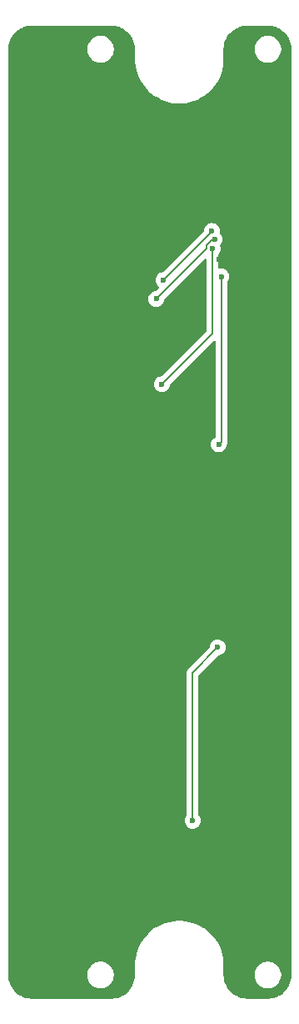
<source format=gbr>
%TF.GenerationSoftware,KiCad,Pcbnew,8.0.4-8.0.4-0~ubuntu22.04.1*%
%TF.CreationDate,2024-09-26T22:04:01+03:00*%
%TF.ProjectId,PM-LED16,504d2d4c-4544-4313-962e-6b696361645f,rev?*%
%TF.SameCoordinates,Original*%
%TF.FileFunction,Copper,L2,Bot*%
%TF.FilePolarity,Positive*%
%FSLAX46Y46*%
G04 Gerber Fmt 4.6, Leading zero omitted, Abs format (unit mm)*
G04 Created by KiCad (PCBNEW 8.0.4-8.0.4-0~ubuntu22.04.1) date 2024-09-26 22:04:01*
%MOMM*%
%LPD*%
G01*
G04 APERTURE LIST*
%TA.AperFunction,ViaPad*%
%ADD10C,0.600000*%
%TD*%
%TA.AperFunction,Conductor*%
%ADD11C,0.200000*%
%TD*%
G04 APERTURE END LIST*
D10*
%TO.N,GND*%
X51894500Y-98826800D03*
X52390400Y-80193700D03*
X72940800Y-115939300D03*
X52131000Y-110680000D03*
X52131000Y-64942100D03*
X52131000Y-131000000D03*
X52131000Y-95441000D03*
X52131000Y-90360000D03*
X52131000Y-75120000D03*
X52131000Y-70040000D03*
X52131000Y-115757900D03*
X72789600Y-95267300D03*
X72840500Y-75099900D03*
X52131000Y-105598600D03*
X52131000Y-125920000D03*
X52131000Y-85284300D03*
X52131000Y-120823500D03*
X73040600Y-136051900D03*
X52131000Y-59876800D03*
X52131000Y-136060500D03*
%TO.N,Net-(J1-Pin_3)*%
X67036600Y-87827600D03*
X72186500Y-74022400D03*
%TO.N,Net-(J1-Pin_4)*%
X66460000Y-79152700D03*
X72391100Y-73095500D03*
%TO.N,Net-(J1-Pin_2)*%
X72803100Y-93926700D03*
X73087900Y-76874900D03*
%TO.N,Net-(J1-Pin_5)*%
X67184400Y-77234500D03*
X72116900Y-72253500D03*
%TO.N,Net-(J2-Pin_2)*%
X70155700Y-132145100D03*
X72704200Y-114541800D03*
%TD*%
D11*
%TO.N,Net-(J1-Pin_3)*%
X72186500Y-82677700D02*
X72186500Y-74022400D01*
X67036600Y-87827600D02*
X72186500Y-82677700D01*
%TO.N,Net-(J1-Pin_4)*%
X71584800Y-73683300D02*
X72172600Y-73095500D01*
X72172600Y-73095500D02*
X72391100Y-73095500D01*
X71584800Y-74027900D02*
X71584800Y-73683300D01*
X66460000Y-79152700D02*
X71584800Y-74027900D01*
%TO.N,Net-(J1-Pin_2)*%
X73087900Y-76874900D02*
X73087900Y-93641900D01*
X73087900Y-93641900D02*
X72803100Y-93926700D01*
%TO.N,Net-(J1-Pin_5)*%
X72116900Y-72302000D02*
X72116900Y-72253500D01*
X67184400Y-77234500D02*
X72116900Y-72302000D01*
%TO.N,Net-(J2-Pin_2)*%
X70155700Y-132145100D02*
X70155700Y-117090300D01*
X70155700Y-117090300D02*
X72704200Y-114541800D01*
%TD*%
%TA.AperFunction,Conductor*%
%TO.N,GND*%
G36*
X61903736Y-51400726D02*
G01*
X62181742Y-51417542D01*
X62196605Y-51419347D01*
X62271845Y-51433135D01*
X62466866Y-51468874D01*
X62481395Y-51472455D01*
X62743713Y-51554197D01*
X62757709Y-51559505D01*
X63008264Y-51672270D01*
X63021522Y-51679228D01*
X63256658Y-51821373D01*
X63268969Y-51829871D01*
X63485261Y-51999324D01*
X63496469Y-52009254D01*
X63690745Y-52203530D01*
X63700675Y-52214738D01*
X63870124Y-52431024D01*
X63878628Y-52443344D01*
X63902452Y-52482753D01*
X64020770Y-52678476D01*
X64027729Y-52691735D01*
X64140494Y-52942290D01*
X64145803Y-52956290D01*
X64227542Y-53218597D01*
X64231126Y-53233137D01*
X64280652Y-53503394D01*
X64282457Y-53518258D01*
X64299274Y-53796263D01*
X64299500Y-53803750D01*
X64299500Y-54776418D01*
X64298707Y-54789799D01*
X64299490Y-54852337D01*
X64299500Y-54853888D01*
X64299500Y-54916319D01*
X64300482Y-54929974D01*
X64302181Y-55062654D01*
X64345108Y-55473276D01*
X64345109Y-55473277D01*
X64425439Y-55878230D01*
X64526324Y-56219421D01*
X64542502Y-56274135D01*
X64695313Y-56657661D01*
X64882589Y-57025590D01*
X65102757Y-57374831D01*
X65102764Y-57374841D01*
X65102766Y-57374843D01*
X65353965Y-57702448D01*
X65353970Y-57702453D01*
X65634116Y-58005704D01*
X65940846Y-58282039D01*
X66271582Y-58529137D01*
X66623548Y-58744923D01*
X66993788Y-58927585D01*
X67379195Y-59075590D01*
X67776531Y-59187695D01*
X68182461Y-59262959D01*
X68182469Y-59262959D01*
X68182471Y-59262960D01*
X68593568Y-59300750D01*
X68593576Y-59300750D01*
X69006432Y-59300750D01*
X69417528Y-59262960D01*
X69417527Y-59262960D01*
X69417539Y-59262959D01*
X69823469Y-59187695D01*
X70220805Y-59075590D01*
X70606212Y-58927585D01*
X70976452Y-58744923D01*
X71328418Y-58529137D01*
X71659154Y-58282039D01*
X71965884Y-58005704D01*
X72246030Y-57702453D01*
X72497243Y-57374831D01*
X72717411Y-57025590D01*
X72904687Y-56657661D01*
X73057498Y-56274135D01*
X73174560Y-55878231D01*
X73254892Y-55473273D01*
X73297818Y-55062663D01*
X73299516Y-54929968D01*
X73300500Y-54916317D01*
X73300500Y-54853888D01*
X73300510Y-54852337D01*
X73301292Y-54789799D01*
X73300500Y-54776418D01*
X73300500Y-53803750D01*
X73300726Y-53796263D01*
X73306929Y-53693713D01*
X76449500Y-53693713D01*
X76449500Y-53906286D01*
X76482753Y-54116239D01*
X76548444Y-54318414D01*
X76644951Y-54507820D01*
X76769890Y-54679786D01*
X76920213Y-54830109D01*
X77092179Y-54955048D01*
X77092181Y-54955049D01*
X77092184Y-54955051D01*
X77281588Y-55051557D01*
X77483757Y-55117246D01*
X77693713Y-55150500D01*
X77693714Y-55150500D01*
X77906286Y-55150500D01*
X77906287Y-55150500D01*
X78116243Y-55117246D01*
X78318412Y-55051557D01*
X78507816Y-54955051D01*
X78557381Y-54919040D01*
X78679786Y-54830109D01*
X78679788Y-54830106D01*
X78679792Y-54830104D01*
X78830104Y-54679792D01*
X78830106Y-54679788D01*
X78830109Y-54679786D01*
X78955048Y-54507820D01*
X78955047Y-54507820D01*
X78955051Y-54507816D01*
X79051557Y-54318412D01*
X79117246Y-54116243D01*
X79150500Y-53906287D01*
X79150500Y-53693713D01*
X79117246Y-53483757D01*
X79051557Y-53281588D01*
X78955051Y-53092184D01*
X78955049Y-53092181D01*
X78955048Y-53092179D01*
X78830109Y-52920213D01*
X78679786Y-52769890D01*
X78507820Y-52644951D01*
X78318414Y-52548444D01*
X78318413Y-52548443D01*
X78318412Y-52548443D01*
X78116243Y-52482754D01*
X78116241Y-52482753D01*
X78116240Y-52482753D01*
X77954957Y-52457208D01*
X77906287Y-52449500D01*
X77693713Y-52449500D01*
X77645042Y-52457208D01*
X77483760Y-52482753D01*
X77281585Y-52548444D01*
X77092179Y-52644951D01*
X76920213Y-52769890D01*
X76769890Y-52920213D01*
X76644951Y-53092179D01*
X76548444Y-53281585D01*
X76482753Y-53483760D01*
X76449500Y-53693713D01*
X73306929Y-53693713D01*
X73317542Y-53518258D01*
X73319347Y-53503394D01*
X73322946Y-53483757D01*
X73368874Y-53233129D01*
X73372454Y-53218608D01*
X73454199Y-52956281D01*
X73459501Y-52942298D01*
X73572273Y-52691728D01*
X73579224Y-52678483D01*
X73721378Y-52443333D01*
X73729865Y-52431037D01*
X73899331Y-52214729D01*
X73909246Y-52203538D01*
X74103538Y-52009246D01*
X74114729Y-51999331D01*
X74331037Y-51829865D01*
X74343333Y-51821378D01*
X74578483Y-51679224D01*
X74591728Y-51672273D01*
X74842298Y-51559501D01*
X74856281Y-51554199D01*
X75118608Y-51472454D01*
X75133129Y-51468874D01*
X75403395Y-51419346D01*
X75418255Y-51417542D01*
X75696264Y-51400726D01*
X75703751Y-51400500D01*
X75765892Y-51400500D01*
X77734108Y-51400500D01*
X77796249Y-51400500D01*
X77803736Y-51400726D01*
X78081742Y-51417542D01*
X78096605Y-51419347D01*
X78171845Y-51433135D01*
X78366866Y-51468874D01*
X78381395Y-51472455D01*
X78643713Y-51554197D01*
X78657709Y-51559505D01*
X78908264Y-51672270D01*
X78921522Y-51679228D01*
X79156658Y-51821373D01*
X79168969Y-51829871D01*
X79385261Y-51999324D01*
X79396469Y-52009254D01*
X79590745Y-52203530D01*
X79600675Y-52214738D01*
X79770124Y-52431024D01*
X79778628Y-52443344D01*
X79802452Y-52482753D01*
X79920770Y-52678476D01*
X79927729Y-52691735D01*
X80040494Y-52942290D01*
X80045803Y-52956290D01*
X80127542Y-53218597D01*
X80131126Y-53233137D01*
X80180652Y-53503394D01*
X80182457Y-53518258D01*
X80199274Y-53796263D01*
X80199500Y-53803750D01*
X80199500Y-147796249D01*
X80199274Y-147803736D01*
X80182457Y-148081741D01*
X80180652Y-148096605D01*
X80131126Y-148366862D01*
X80127542Y-148381402D01*
X80045803Y-148643709D01*
X80040494Y-148657709D01*
X79927729Y-148908264D01*
X79920770Y-148921523D01*
X79778630Y-149156652D01*
X79770124Y-149168975D01*
X79600675Y-149385261D01*
X79590745Y-149396469D01*
X79396469Y-149590745D01*
X79385261Y-149600675D01*
X79168975Y-149770124D01*
X79156652Y-149778630D01*
X78921523Y-149920770D01*
X78908264Y-149927729D01*
X78657709Y-150040494D01*
X78643709Y-150045803D01*
X78381402Y-150127542D01*
X78366862Y-150131126D01*
X78096605Y-150180652D01*
X78081741Y-150182457D01*
X77803736Y-150199274D01*
X77796249Y-150199500D01*
X75703751Y-150199500D01*
X75696264Y-150199274D01*
X75418258Y-150182457D01*
X75403394Y-150180652D01*
X75133137Y-150131126D01*
X75118597Y-150127542D01*
X74856290Y-150045803D01*
X74842290Y-150040494D01*
X74591735Y-149927729D01*
X74578476Y-149920770D01*
X74343347Y-149778630D01*
X74331024Y-149770124D01*
X74114738Y-149600675D01*
X74103530Y-149590745D01*
X73909254Y-149396469D01*
X73899324Y-149385261D01*
X73729875Y-149168975D01*
X73721373Y-149156658D01*
X73579228Y-148921522D01*
X73572270Y-148908264D01*
X73459504Y-148657706D01*
X73454196Y-148643709D01*
X73372457Y-148381402D01*
X73368873Y-148366862D01*
X73359994Y-148318412D01*
X73319347Y-148096605D01*
X73317542Y-148081741D01*
X73300726Y-147803736D01*
X73300500Y-147796249D01*
X73300500Y-147693713D01*
X76449500Y-147693713D01*
X76449500Y-147906286D01*
X76482753Y-148116239D01*
X76548444Y-148318414D01*
X76644951Y-148507820D01*
X76769890Y-148679786D01*
X76920213Y-148830109D01*
X77092179Y-148955048D01*
X77092181Y-148955049D01*
X77092184Y-148955051D01*
X77281588Y-149051557D01*
X77483757Y-149117246D01*
X77693713Y-149150500D01*
X77693714Y-149150500D01*
X77906286Y-149150500D01*
X77906287Y-149150500D01*
X78116243Y-149117246D01*
X78318412Y-149051557D01*
X78507816Y-148955051D01*
X78572213Y-148908264D01*
X78679786Y-148830109D01*
X78679788Y-148830106D01*
X78679792Y-148830104D01*
X78830104Y-148679792D01*
X78830106Y-148679788D01*
X78830109Y-148679786D01*
X78955048Y-148507820D01*
X78955047Y-148507820D01*
X78955051Y-148507816D01*
X79051557Y-148318412D01*
X79117246Y-148116243D01*
X79150500Y-147906287D01*
X79150500Y-147693713D01*
X79117246Y-147483757D01*
X79051557Y-147281588D01*
X78955051Y-147092184D01*
X78955049Y-147092181D01*
X78955048Y-147092179D01*
X78830109Y-146920213D01*
X78679786Y-146769890D01*
X78507820Y-146644951D01*
X78318414Y-146548444D01*
X78318413Y-146548443D01*
X78318412Y-146548443D01*
X78116243Y-146482754D01*
X78116241Y-146482753D01*
X78116240Y-146482753D01*
X77954957Y-146457208D01*
X77906287Y-146449500D01*
X77693713Y-146449500D01*
X77645042Y-146457208D01*
X77483760Y-146482753D01*
X77281585Y-146548444D01*
X77092179Y-146644951D01*
X76920213Y-146769890D01*
X76769890Y-146920213D01*
X76644951Y-147092179D01*
X76548444Y-147281585D01*
X76482753Y-147483760D01*
X76449500Y-147693713D01*
X73300500Y-147693713D01*
X73300500Y-146823581D01*
X73301292Y-146810208D01*
X73300510Y-146747661D01*
X73300500Y-146746110D01*
X73300500Y-146683690D01*
X73299516Y-146670018D01*
X73297818Y-146537346D01*
X73297818Y-146537345D01*
X73297818Y-146537337D01*
X73254892Y-146126727D01*
X73174560Y-145721769D01*
X73057498Y-145325865D01*
X72904687Y-144942339D01*
X72717411Y-144574410D01*
X72497243Y-144225169D01*
X72466839Y-144185517D01*
X72246034Y-143897551D01*
X72120634Y-143761809D01*
X71965884Y-143594296D01*
X71659154Y-143317961D01*
X71659153Y-143317960D01*
X71328420Y-143070864D01*
X71233566Y-143012710D01*
X70976452Y-142855077D01*
X70606212Y-142672415D01*
X70606208Y-142672413D01*
X70220806Y-142524410D01*
X69823472Y-142412305D01*
X69417541Y-142337041D01*
X69417528Y-142337039D01*
X69006432Y-142299250D01*
X69006424Y-142299250D01*
X68593576Y-142299250D01*
X68593568Y-142299250D01*
X68182471Y-142337039D01*
X68182458Y-142337041D01*
X67776529Y-142412305D01*
X67776526Y-142412305D01*
X67379193Y-142524410D01*
X66993791Y-142672413D01*
X66623548Y-142855077D01*
X66271579Y-143070864D01*
X65940846Y-143317960D01*
X65634115Y-143594297D01*
X65353965Y-143897551D01*
X65102766Y-144225156D01*
X65102760Y-144225164D01*
X65102757Y-144225169D01*
X65102753Y-144225176D01*
X64882585Y-144574416D01*
X64695312Y-144942340D01*
X64542503Y-145325861D01*
X64425439Y-145721769D01*
X64345109Y-146126722D01*
X64345108Y-146126723D01*
X64302181Y-146537345D01*
X64300482Y-146670027D01*
X64299500Y-146683690D01*
X64299500Y-146746110D01*
X64299490Y-146747661D01*
X64298707Y-146810208D01*
X64299500Y-146823581D01*
X64299500Y-147796249D01*
X64299274Y-147803736D01*
X64282457Y-148081741D01*
X64280652Y-148096605D01*
X64231126Y-148366862D01*
X64227542Y-148381402D01*
X64145803Y-148643709D01*
X64140494Y-148657709D01*
X64027729Y-148908264D01*
X64020770Y-148921523D01*
X63878630Y-149156652D01*
X63870124Y-149168975D01*
X63700675Y-149385261D01*
X63690745Y-149396469D01*
X63496469Y-149590745D01*
X63485261Y-149600675D01*
X63268975Y-149770124D01*
X63256652Y-149778630D01*
X63021523Y-149920770D01*
X63008264Y-149927729D01*
X62757709Y-150040494D01*
X62743709Y-150045803D01*
X62481402Y-150127542D01*
X62466862Y-150131126D01*
X62196605Y-150180652D01*
X62181741Y-150182457D01*
X61903736Y-150199274D01*
X61896249Y-150199500D01*
X53803751Y-150199500D01*
X53796264Y-150199274D01*
X53518258Y-150182457D01*
X53503394Y-150180652D01*
X53233137Y-150131126D01*
X53218597Y-150127542D01*
X52956290Y-150045803D01*
X52942290Y-150040494D01*
X52691735Y-149927729D01*
X52678476Y-149920770D01*
X52443347Y-149778630D01*
X52431024Y-149770124D01*
X52214738Y-149600675D01*
X52203530Y-149590745D01*
X52009254Y-149396469D01*
X51999324Y-149385261D01*
X51829875Y-149168975D01*
X51821373Y-149156658D01*
X51679228Y-148921522D01*
X51672270Y-148908264D01*
X51559504Y-148657706D01*
X51554196Y-148643709D01*
X51472457Y-148381402D01*
X51468873Y-148366862D01*
X51459994Y-148318412D01*
X51419347Y-148096605D01*
X51417542Y-148081741D01*
X51400726Y-147803736D01*
X51400500Y-147796249D01*
X51400500Y-147693713D01*
X59449500Y-147693713D01*
X59449500Y-147906286D01*
X59482753Y-148116239D01*
X59548444Y-148318414D01*
X59644951Y-148507820D01*
X59769890Y-148679786D01*
X59920213Y-148830109D01*
X60092179Y-148955048D01*
X60092181Y-148955049D01*
X60092184Y-148955051D01*
X60281588Y-149051557D01*
X60483757Y-149117246D01*
X60693713Y-149150500D01*
X60693714Y-149150500D01*
X60906286Y-149150500D01*
X60906287Y-149150500D01*
X61116243Y-149117246D01*
X61318412Y-149051557D01*
X61507816Y-148955051D01*
X61572213Y-148908264D01*
X61679786Y-148830109D01*
X61679788Y-148830106D01*
X61679792Y-148830104D01*
X61830104Y-148679792D01*
X61830106Y-148679788D01*
X61830109Y-148679786D01*
X61955048Y-148507820D01*
X61955047Y-148507820D01*
X61955051Y-148507816D01*
X62051557Y-148318412D01*
X62117246Y-148116243D01*
X62150500Y-147906287D01*
X62150500Y-147693713D01*
X62117246Y-147483757D01*
X62051557Y-147281588D01*
X61955051Y-147092184D01*
X61955049Y-147092181D01*
X61955048Y-147092179D01*
X61830109Y-146920213D01*
X61679786Y-146769890D01*
X61507820Y-146644951D01*
X61318414Y-146548444D01*
X61318413Y-146548443D01*
X61318412Y-146548443D01*
X61116243Y-146482754D01*
X61116241Y-146482753D01*
X61116240Y-146482753D01*
X60954957Y-146457208D01*
X60906287Y-146449500D01*
X60693713Y-146449500D01*
X60645042Y-146457208D01*
X60483760Y-146482753D01*
X60281585Y-146548444D01*
X60092179Y-146644951D01*
X59920213Y-146769890D01*
X59769890Y-146920213D01*
X59644951Y-147092179D01*
X59548444Y-147281585D01*
X59482753Y-147483760D01*
X59449500Y-147693713D01*
X51400500Y-147693713D01*
X51400500Y-132145096D01*
X69350135Y-132145096D01*
X69350135Y-132145103D01*
X69370330Y-132324349D01*
X69370331Y-132324354D01*
X69429911Y-132494623D01*
X69525884Y-132647362D01*
X69653438Y-132774916D01*
X69806178Y-132870889D01*
X69976445Y-132930468D01*
X69976450Y-132930469D01*
X70155696Y-132950665D01*
X70155700Y-132950665D01*
X70155704Y-132950665D01*
X70334949Y-132930469D01*
X70334952Y-132930468D01*
X70334955Y-132930468D01*
X70505222Y-132870889D01*
X70657962Y-132774916D01*
X70785516Y-132647362D01*
X70881489Y-132494622D01*
X70941068Y-132324355D01*
X70961265Y-132145100D01*
X70941068Y-131965845D01*
X70881489Y-131795578D01*
X70785516Y-131642838D01*
X70785514Y-131642836D01*
X70785513Y-131642834D01*
X70783250Y-131639996D01*
X70782359Y-131637815D01*
X70781811Y-131636942D01*
X70781964Y-131636845D01*
X70756844Y-131575309D01*
X70756200Y-131562687D01*
X70756200Y-117390396D01*
X70775885Y-117323357D01*
X70792514Y-117302720D01*
X72722735Y-115372498D01*
X72784056Y-115339015D01*
X72796511Y-115336963D01*
X72883455Y-115327168D01*
X73053722Y-115267589D01*
X73206462Y-115171616D01*
X73334016Y-115044062D01*
X73429989Y-114891322D01*
X73489568Y-114721055D01*
X73509765Y-114541800D01*
X73506619Y-114513882D01*
X73489569Y-114362550D01*
X73489568Y-114362545D01*
X73429988Y-114192276D01*
X73334015Y-114039537D01*
X73206462Y-113911984D01*
X73053723Y-113816011D01*
X72883454Y-113756431D01*
X72883449Y-113756430D01*
X72704204Y-113736235D01*
X72704196Y-113736235D01*
X72524950Y-113756430D01*
X72524945Y-113756431D01*
X72354676Y-113816011D01*
X72201937Y-113911984D01*
X72074384Y-114039537D01*
X71978410Y-114192278D01*
X71918830Y-114362550D01*
X71909037Y-114449468D01*
X71881970Y-114513882D01*
X71873498Y-114523265D01*
X69786986Y-116609778D01*
X69675181Y-116721582D01*
X69675179Y-116721585D01*
X69625061Y-116808394D01*
X69625059Y-116808396D01*
X69596125Y-116858509D01*
X69596124Y-116858510D01*
X69596123Y-116858515D01*
X69555199Y-117011243D01*
X69555199Y-117011245D01*
X69555199Y-117179346D01*
X69555200Y-117179359D01*
X69555200Y-131562687D01*
X69535515Y-131629726D01*
X69528150Y-131639996D01*
X69525886Y-131642834D01*
X69429911Y-131795576D01*
X69370331Y-131965845D01*
X69370330Y-131965850D01*
X69350135Y-132145096D01*
X51400500Y-132145096D01*
X51400500Y-79152696D01*
X65654435Y-79152696D01*
X65654435Y-79152703D01*
X65674630Y-79331949D01*
X65674631Y-79331954D01*
X65734211Y-79502223D01*
X65830184Y-79654962D01*
X65957738Y-79782516D01*
X66110478Y-79878489D01*
X66280745Y-79938068D01*
X66280750Y-79938069D01*
X66459996Y-79958265D01*
X66460000Y-79958265D01*
X66460004Y-79958265D01*
X66639249Y-79938069D01*
X66639252Y-79938068D01*
X66639255Y-79938068D01*
X66809522Y-79878489D01*
X66962262Y-79782516D01*
X67089816Y-79654962D01*
X67185789Y-79502222D01*
X67245368Y-79331955D01*
X67255161Y-79245029D01*
X67282226Y-79180618D01*
X67290690Y-79171243D01*
X71374321Y-75087613D01*
X71435642Y-75054130D01*
X71505334Y-75059114D01*
X71561267Y-75100986D01*
X71585684Y-75166450D01*
X71586000Y-75175296D01*
X71586000Y-82377602D01*
X71566315Y-82444641D01*
X71549681Y-82465283D01*
X67018065Y-86996898D01*
X66956742Y-87030383D01*
X66944268Y-87032437D01*
X66857350Y-87042230D01*
X66687078Y-87101810D01*
X66534337Y-87197784D01*
X66406784Y-87325337D01*
X66310811Y-87478076D01*
X66251231Y-87648345D01*
X66251230Y-87648350D01*
X66231035Y-87827596D01*
X66231035Y-87827603D01*
X66251230Y-88006849D01*
X66251231Y-88006854D01*
X66310811Y-88177123D01*
X66406784Y-88329862D01*
X66534338Y-88457416D01*
X66687078Y-88553389D01*
X66857345Y-88612968D01*
X66857350Y-88612969D01*
X67036596Y-88633165D01*
X67036600Y-88633165D01*
X67036604Y-88633165D01*
X67215849Y-88612969D01*
X67215852Y-88612968D01*
X67215855Y-88612968D01*
X67386122Y-88553389D01*
X67538862Y-88457416D01*
X67666416Y-88329862D01*
X67762389Y-88177122D01*
X67821968Y-88006855D01*
X67831761Y-87919929D01*
X67858826Y-87855518D01*
X67867290Y-87846143D01*
X72275721Y-83437713D01*
X72337042Y-83404230D01*
X72406734Y-83409214D01*
X72462667Y-83451086D01*
X72487084Y-83516550D01*
X72487400Y-83525396D01*
X72487400Y-93111126D01*
X72467715Y-93178165D01*
X72429373Y-93216119D01*
X72300839Y-93296882D01*
X72173284Y-93424437D01*
X72077311Y-93577176D01*
X72017731Y-93747445D01*
X72017730Y-93747450D01*
X71997535Y-93926696D01*
X71997535Y-93926703D01*
X72017730Y-94105949D01*
X72017731Y-94105954D01*
X72077311Y-94276223D01*
X72173284Y-94428962D01*
X72300838Y-94556516D01*
X72453578Y-94652489D01*
X72623845Y-94712068D01*
X72623850Y-94712069D01*
X72803096Y-94732265D01*
X72803100Y-94732265D01*
X72803104Y-94732265D01*
X72982349Y-94712069D01*
X72982352Y-94712068D01*
X72982355Y-94712068D01*
X73152622Y-94652489D01*
X73305362Y-94556516D01*
X73432916Y-94428962D01*
X73528889Y-94276222D01*
X73588468Y-94105955D01*
X73603779Y-93970056D01*
X73619611Y-93921946D01*
X73647477Y-93873685D01*
X73688401Y-93720957D01*
X73688401Y-93562843D01*
X73688401Y-93555248D01*
X73688400Y-93555230D01*
X73688400Y-77457312D01*
X73708085Y-77390273D01*
X73715455Y-77379997D01*
X73717710Y-77377167D01*
X73717716Y-77377162D01*
X73813689Y-77224422D01*
X73873268Y-77054155D01*
X73873269Y-77054149D01*
X73893465Y-76874903D01*
X73893465Y-76874896D01*
X73873269Y-76695650D01*
X73873268Y-76695645D01*
X73813688Y-76525376D01*
X73717715Y-76372637D01*
X73590162Y-76245084D01*
X73437423Y-76149111D01*
X73267154Y-76089531D01*
X73267149Y-76089530D01*
X73087904Y-76069335D01*
X73087896Y-76069335D01*
X72924883Y-76087701D01*
X72856061Y-76075646D01*
X72804682Y-76028297D01*
X72787000Y-75964481D01*
X72787000Y-74604812D01*
X72806685Y-74537773D01*
X72814055Y-74527497D01*
X72816310Y-74524667D01*
X72816316Y-74524662D01*
X72912289Y-74371922D01*
X72971868Y-74201655D01*
X72992065Y-74022400D01*
X72971868Y-73843145D01*
X72946709Y-73771245D01*
X72943147Y-73701466D01*
X72976070Y-73642608D01*
X73020913Y-73597765D01*
X73020913Y-73597764D01*
X73020916Y-73597762D01*
X73116889Y-73445022D01*
X73176468Y-73274755D01*
X73196665Y-73095500D01*
X73176468Y-72916245D01*
X73116889Y-72745978D01*
X73020916Y-72593238D01*
X72940256Y-72512578D01*
X72906772Y-72451254D01*
X72904718Y-72411014D01*
X72922465Y-72253503D01*
X72922465Y-72253496D01*
X72902269Y-72074250D01*
X72902268Y-72074245D01*
X72842688Y-71903976D01*
X72746715Y-71751237D01*
X72619162Y-71623684D01*
X72466423Y-71527711D01*
X72296154Y-71468131D01*
X72296149Y-71468130D01*
X72116904Y-71447935D01*
X72116896Y-71447935D01*
X71937650Y-71468130D01*
X71937645Y-71468131D01*
X71767376Y-71527711D01*
X71614637Y-71623684D01*
X71487084Y-71751237D01*
X71391111Y-71903976D01*
X71331531Y-72074245D01*
X71331530Y-72074249D01*
X71315579Y-72215826D01*
X71288512Y-72280240D01*
X71280040Y-72289623D01*
X67165865Y-76403798D01*
X67104542Y-76437283D01*
X67092068Y-76439337D01*
X67005150Y-76449130D01*
X66834878Y-76508710D01*
X66682137Y-76604684D01*
X66554584Y-76732237D01*
X66458611Y-76884976D01*
X66399031Y-77055245D01*
X66399030Y-77055250D01*
X66378835Y-77234496D01*
X66378835Y-77234503D01*
X66399030Y-77413749D01*
X66399031Y-77413754D01*
X66458611Y-77584023D01*
X66554584Y-77736762D01*
X66682137Y-77864315D01*
X66682142Y-77864319D01*
X66683754Y-77865332D01*
X66684572Y-77866257D01*
X66687584Y-77868659D01*
X66687163Y-77869186D01*
X66730043Y-77917668D01*
X66740689Y-77986722D01*
X66712311Y-78050569D01*
X66705459Y-78058004D01*
X66441465Y-78321998D01*
X66380142Y-78355483D01*
X66367668Y-78357537D01*
X66280750Y-78367330D01*
X66110478Y-78426910D01*
X65957737Y-78522884D01*
X65830184Y-78650437D01*
X65734211Y-78803176D01*
X65674631Y-78973445D01*
X65674630Y-78973450D01*
X65654435Y-79152696D01*
X51400500Y-79152696D01*
X51400500Y-53803750D01*
X51400726Y-53796263D01*
X51406929Y-53693713D01*
X59449500Y-53693713D01*
X59449500Y-53906286D01*
X59482753Y-54116239D01*
X59548444Y-54318414D01*
X59644951Y-54507820D01*
X59769890Y-54679786D01*
X59920213Y-54830109D01*
X60092179Y-54955048D01*
X60092181Y-54955049D01*
X60092184Y-54955051D01*
X60281588Y-55051557D01*
X60483757Y-55117246D01*
X60693713Y-55150500D01*
X60693714Y-55150500D01*
X60906286Y-55150500D01*
X60906287Y-55150500D01*
X61116243Y-55117246D01*
X61318412Y-55051557D01*
X61507816Y-54955051D01*
X61557381Y-54919040D01*
X61679786Y-54830109D01*
X61679788Y-54830106D01*
X61679792Y-54830104D01*
X61830104Y-54679792D01*
X61830106Y-54679788D01*
X61830109Y-54679786D01*
X61955048Y-54507820D01*
X61955047Y-54507820D01*
X61955051Y-54507816D01*
X62051557Y-54318412D01*
X62117246Y-54116243D01*
X62150500Y-53906287D01*
X62150500Y-53693713D01*
X62117246Y-53483757D01*
X62051557Y-53281588D01*
X61955051Y-53092184D01*
X61955049Y-53092181D01*
X61955048Y-53092179D01*
X61830109Y-52920213D01*
X61679786Y-52769890D01*
X61507820Y-52644951D01*
X61318414Y-52548444D01*
X61318413Y-52548443D01*
X61318412Y-52548443D01*
X61116243Y-52482754D01*
X61116241Y-52482753D01*
X61116240Y-52482753D01*
X60954957Y-52457208D01*
X60906287Y-52449500D01*
X60693713Y-52449500D01*
X60645042Y-52457208D01*
X60483760Y-52482753D01*
X60281585Y-52548444D01*
X60092179Y-52644951D01*
X59920213Y-52769890D01*
X59769890Y-52920213D01*
X59644951Y-53092179D01*
X59548444Y-53281585D01*
X59482753Y-53483760D01*
X59449500Y-53693713D01*
X51406929Y-53693713D01*
X51417542Y-53518258D01*
X51419347Y-53503394D01*
X51422946Y-53483757D01*
X51468874Y-53233129D01*
X51472454Y-53218608D01*
X51554199Y-52956281D01*
X51559501Y-52942298D01*
X51672273Y-52691728D01*
X51679224Y-52678483D01*
X51821378Y-52443333D01*
X51829865Y-52431037D01*
X51999331Y-52214729D01*
X52009246Y-52203538D01*
X52203538Y-52009246D01*
X52214729Y-51999331D01*
X52431037Y-51829865D01*
X52443333Y-51821378D01*
X52678483Y-51679224D01*
X52691728Y-51672273D01*
X52942298Y-51559501D01*
X52956281Y-51554199D01*
X53218608Y-51472454D01*
X53233129Y-51468874D01*
X53503395Y-51419346D01*
X53518255Y-51417542D01*
X53796264Y-51400726D01*
X53803751Y-51400500D01*
X53865892Y-51400500D01*
X61834108Y-51400500D01*
X61896249Y-51400500D01*
X61903736Y-51400726D01*
G37*
%TD.AperFunction*%
%TD*%
M02*

</source>
